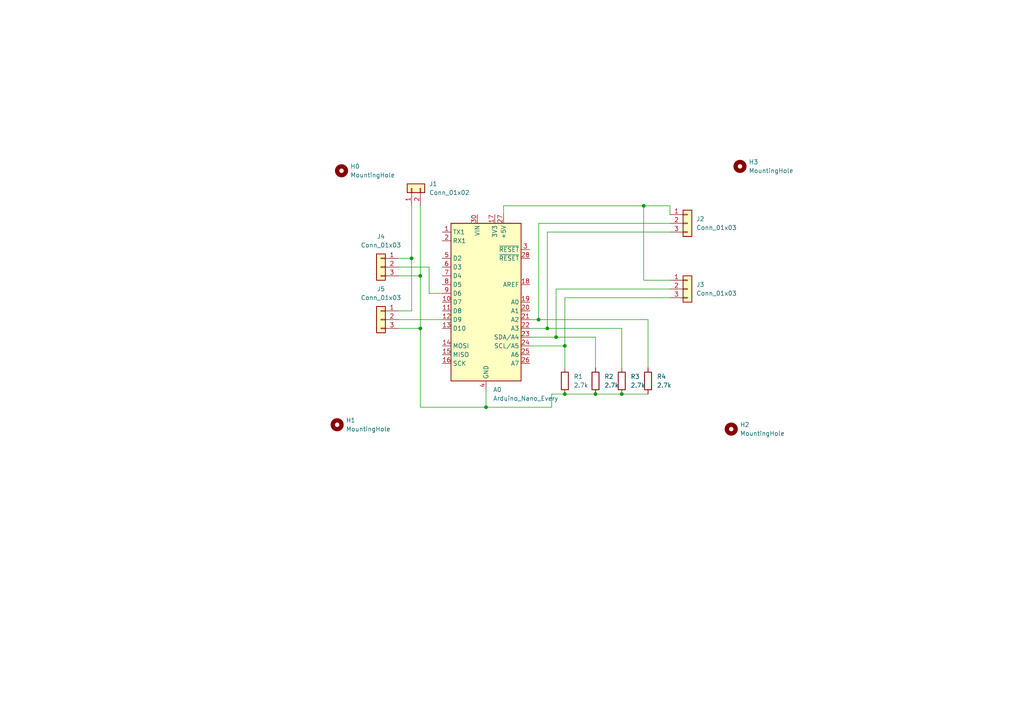
<source format=kicad_sch>
(kicad_sch (version 20211123) (generator eeschema)
  (paper "A4")
  (lib_symbols
    (symbol "Connector_Generic:Conn_01x02" (pin_names (offset 1.016) hide)
      (property "Reference" "J" (at 0 2.54 0))
      (property "Value" "Conn_01x02" (at 0 -5.08 0))
      (symbol "Conn_01x02_1_1"
        (rectangle (start -1.27 -2.413) (end 0 -2.667) (stroke (width 0.1524)))
        (rectangle (start -1.27 0.127) (end 0 -0.127) (stroke (width 0.1524)))
        (rectangle (start -1.27 1.27) (end 1.27 -3.81) (stroke (width 0.254)) (fill (type background)))
        (pin passive line (at -5.08 0 0) (length 3.81) (name "Pin_1") (number "1"))
        (pin passive line (at -5.08 -2.54 0) (length 3.81) (name "Pin_2") (number "2"))
      )
    )
    (symbol "Connector_Generic:Conn_01x03" (pin_names (offset 1.016) hide)
      (property "Reference" "J" (at 0 5.08 0))
      (property "Value" "Conn_01x03" (at 0 -5.08 0))
      (symbol "Conn_01x03_1_1"
        (rectangle (start -1.27 -2.413) (end 0 -2.667) (stroke (width 0.1524)))
        (rectangle (start -1.27 0.127) (end 0 -0.127) (stroke (width 0.1524)))
        (rectangle (start -1.27 2.667) (end 0 2.413) (stroke (width 0.1524)))
        (rectangle (start -1.27 3.81) (end 1.27 -3.81) (stroke (width 0.254)) (fill (type background)))
        (pin passive line (at -5.08 2.54 0) (length 3.81) (name "Pin_1") (number "1"))
        (pin passive line (at -5.08 0 0) (length 3.81) (name "Pin_2") (number "2"))
        (pin passive line (at -5.08 -2.54 0) (length 3.81) (name "Pin_3") (number "3"))
      )
    )
    (symbol "Device:R" (pin_numbers hide) (pin_names (offset 0))
      (property "Reference" "R" (at 2.032 0 90))
      (property "Value" "R" (at 0 0 90))
      (symbol "R_0_1"
        (rectangle (start -1.016 -2.54) (end 1.016 2.54) (stroke (width 0.254)))
      )
      (symbol "R_1_1"
        (pin passive line (at 0 3.81 270) (length 1.27) (name "~") (number "1"))
        (pin passive line (at 0 -3.81 90) (length 1.27) (name "~") (number "2"))
      )
    )
    (symbol "MCU_Module:Arduino_Nano_Every"
      (property "Reference" "A" (at -10.16 23.495 0))
      (property "Value" "Arduino_Nano_Every" (at 5.08 -24.13 0))
      (symbol "Arduino_Nano_Every_0_1"
        (rectangle (start -10.16 22.86) (end 10.16 -22.86) (stroke (width 0.254)) (fill (type background)))
      )
      (symbol "Arduino_Nano_Every_1_1"
        (pin bidirectional line (at -12.7 20.32 0) (length 2.54) (name "TX1") (number "1"))
        (pin bidirectional line (at -12.7 0 0) (length 2.54) (name "D7") (number "10"))
        (pin bidirectional line (at -12.7 -2.54 0) (length 2.54) (name "D8") (number "11"))
        (pin bidirectional line (at -12.7 -5.08 0) (length 2.54) (name "D9") (number "12"))
        (pin bidirectional line (at -12.7 -7.62 0) (length 2.54) (name "D10") (number "13"))
        (pin bidirectional line (at -12.7 -12.7 0) (length 2.54) (name "MOSI") (number "14"))
        (pin bidirectional line (at -12.7 -15.24 0) (length 2.54) (name "MISO") (number "15"))
        (pin bidirectional line (at -12.7 -17.78 0) (length 2.54) (name "SCK") (number "16"))
        (pin power_out line (at 2.54 25.4 270) (length 2.54) (name "3V3") (number "17"))
        (pin input line (at 12.7 5.08 180) (length 2.54) (name "AREF") (number "18"))
        (pin bidirectional line (at 12.7 0 180) (length 2.54) (name "A0") (number "19"))
        (pin bidirectional line (at -12.7 17.78 0) (length 2.54) (name "RX1") (number "2"))
        (pin bidirectional line (at 12.7 -2.54 180) (length 2.54) (name "A1") (number "20"))
        (pin bidirectional line (at 12.7 -5.08 180) (length 2.54) (name "A2") (number "21"))
        (pin bidirectional line (at 12.7 -7.62 180) (length 2.54) (name "A3") (number "22"))
        (pin bidirectional line (at 12.7 -10.16 180) (length 2.54) (name "SDA/A4") (number "23"))
        (pin bidirectional line (at 12.7 -12.7 180) (length 2.54) (name "SCL/A5") (number "24"))
        (pin bidirectional line (at 12.7 -15.24 180) (length 2.54) (name "A6") (number "25"))
        (pin bidirectional line (at 12.7 -17.78 180) (length 2.54) (name "A7") (number "26"))
        (pin power_out line (at 5.08 25.4 270) (length 2.54) (name "+5V") (number "27"))
        (pin input line (at 12.7 12.7 180) (length 2.54) (name "~{RESET}") (number "28"))
        (pin passive line (at 0 -25.4 90) (length 2.54) hide (name "GND") (number "29"))
        (pin input line (at 12.7 15.24 180) (length 2.54) (name "~{RESET}") (number "3"))
        (pin power_in line (at -2.54 25.4 270) (length 2.54) (name "VIN") (number "30"))
        (pin power_in line (at 0 -25.4 90) (length 2.54) (name "GND") (number "4"))
        (pin bidirectional line (at -12.7 12.7 0) (length 2.54) (name "D2") (number "5"))
        (pin bidirectional line (at -12.7 10.16 0) (length 2.54) (name "D3") (number "6"))
        (pin bidirectional line (at -12.7 7.62 0) (length 2.54) (name "D4") (number "7"))
        (pin bidirectional line (at -12.7 5.08 0) (length 2.54) (name "D5") (number "8"))
        (pin bidirectional line (at -12.7 2.54 0) (length 2.54) (name "D6") (number "9"))
      )
    )
    (symbol "Mechanical:MountingHole" (pin_names (offset 1.016))
      (property "Reference" "H" (at 0 5.08 0))
      (property "Value" "MountingHole" (at 0 3.175 0))
      (symbol "MountingHole_0_1"
        (circle (center 0 0) (radius 1.27) (stroke (width 1.27)))
      )
    )
  )
  (junction (at 172.72 114.3))
  (junction (at 186.69 59.69))
  (junction (at 121.92 80.01))
  (junction (at 121.92 95.25))
  (junction (at 180.34 114.3))
  (junction (at 158.75 95.25))
  (junction (at 156.21 92.71))
  (junction (at 163.83 100.33))
  (junction (at 140.97 118.11))
  (junction (at 119.38 74.93))
  (junction (at 161.29 97.79))
  (junction (at 163.83 114.3))
  (wire (pts (xy 172.72 97.79) (xy 172.72 106.68)))
  (wire (pts (xy 187.96 92.71) (xy 187.96 106.68)))
  (wire (pts (xy 163.83 86.36) (xy 194.31 86.36)))
  (wire (pts (xy 124.46 85.09) (xy 128.27 85.09)))
  (wire (pts (xy 161.29 83.82) (xy 194.31 83.82)))
  (wire (pts (xy 124.46 77.47) (xy 124.46 85.09)))
  (wire (pts (xy 115.57 77.47) (xy 124.46 77.47)))
  (wire (pts (xy 163.83 100.33) (xy 163.83 86.36)))
  (wire (pts (xy 186.69 59.69) (xy 186.69 81.28)))
  (wire (pts (xy 119.38 59.69) (xy 119.38 74.93)))
  (wire (pts (xy 172.72 114.3) (xy 180.34 114.3)))
  (wire (pts (xy 121.92 59.69) (xy 121.92 80.01)))
  (wire (pts (xy 158.75 67.31) (xy 194.31 67.31)))
  (wire (pts (xy 180.34 95.25) (xy 180.34 106.68)))
  (wire (pts (xy 115.57 80.01) (xy 121.92 80.01)))
  (wire (pts (xy 153.67 95.25) (xy 158.75 95.25)))
  (wire (pts (xy 146.05 62.23) (xy 146.05 59.69)))
  (wire (pts (xy 121.92 118.11) (xy 121.92 95.25)))
  (wire (pts (xy 160.02 114.3) (xy 163.83 114.3)))
  (wire (pts (xy 163.83 100.33) (xy 163.83 106.68)))
  (wire (pts (xy 146.05 59.69) (xy 186.69 59.69)))
  (wire (pts (xy 186.69 81.28) (xy 194.31 81.28)))
  (wire (pts (xy 156.21 64.77) (xy 194.31 64.77)))
  (wire (pts (xy 161.29 83.82) (xy 161.29 97.79)))
  (wire (pts (xy 156.21 64.77) (xy 156.21 92.71)))
  (wire (pts (xy 119.38 74.93) (xy 119.38 90.17)))
  (wire (pts (xy 115.57 92.71) (xy 128.27 92.71)))
  (wire (pts (xy 194.31 59.69) (xy 194.31 62.23)))
  (wire (pts (xy 121.92 80.01) (xy 121.92 95.25)))
  (wire (pts (xy 119.38 74.93) (xy 115.57 74.93)))
  (wire (pts (xy 158.75 95.25) (xy 180.34 95.25)))
  (wire (pts (xy 160.02 118.11) (xy 160.02 114.3)))
  (wire (pts (xy 115.57 95.25) (xy 121.92 95.25)))
  (wire (pts (xy 140.97 118.11) (xy 121.92 118.11)))
  (wire (pts (xy 153.67 100.33) (xy 163.83 100.33)))
  (wire (pts (xy 140.97 113.03) (xy 140.97 118.11)))
  (wire (pts (xy 161.29 97.79) (xy 172.72 97.79)))
  (wire (pts (xy 163.83 114.3) (xy 172.72 114.3)))
  (wire (pts (xy 140.97 118.11) (xy 160.02 118.11)))
  (wire (pts (xy 156.21 92.71) (xy 187.96 92.71)))
  (wire (pts (xy 186.69 59.69) (xy 194.31 59.69)))
  (wire (pts (xy 158.75 67.31) (xy 158.75 95.25)))
  (wire (pts (xy 115.57 90.17) (xy 119.38 90.17)))
  (wire (pts (xy 153.67 92.71) (xy 156.21 92.71)))
  (wire (pts (xy 153.67 97.79) (xy 161.29 97.79)))
  (wire (pts (xy 180.34 114.3) (xy 187.96 114.3)))
  (symbol (lib_id "Connector_Generic:Conn_01x03") (at 199.39 83.82 0) (unit 1)
    (property "Reference" "J3" (at 201.93 82.5499 0) (effects (justify left)))
    (property "Value" "Conn_01x03" (at 201.93 85.0899 0) (effects (justify left)))
    (property "Footprint" "Connector_JST:JST_XH_B3B-XH-A_1x03_P2.50mm_Vertical" (effects hide))
  )
  (symbol (lib_id "Mechanical:MountingHole") (at 214.63 48.26 0) (unit 1)
    (property "Reference" "H3" (at 217.17 46.9899 0) (effects (justify left)))
    (property "Value" "MountingHole" (at 217.17 49.5299 0) (effects (justify left)))
    (property "Footprint" "MountingHole:MountingHole_2.2mm_M2_DIN965_Pad_TopBottom" (effects hide))
  )
  (symbol (lib_id "Connector_Generic:Conn_01x03") (at 199.39 64.77 0) (unit 1)
    (property "Reference" "J2" (at 201.93 63.4999 0) (effects (justify left)))
    (property "Value" "Conn_01x03" (at 201.93 66.0399 0) (effects (justify left)))
    (property "Footprint" "Connector_JST:JST_XH_B3B-XH-A_1x03_P2.50mm_Vertical" (effects hide))
  )
  (symbol (lib_id "Device:R") (at 172.72 110.49 0) (unit 1)
    (property "Reference" "R2" (at 175.26 109.2199 0) (effects (justify left)))
    (property "Value" "2.7k" (at 175.26 111.7599 0) (effects (justify left)))
    (property "Footprint" "Resistor_SMD:R_0805_2012Metric_Pad1.20x1.40mm_HandSolder" (effects hide))
  )
  (symbol (lib_id "Device:R") (at 180.34 110.49 0) (unit 1)
    (property "Reference" "R3" (at 182.88 109.2199 0) (effects (justify left)))
    (property "Value" "2.7k" (at 182.88 111.7599 0) (effects (justify left)))
    (property "Footprint" "Resistor_SMD:R_0805_2012Metric_Pad1.20x1.40mm_HandSolder" (effects hide))
  )
  (symbol (lib_id "Connector_Generic:Conn_01x03") (at 110.49 92.71 0) (mirror y) (unit 1)
    (property "Reference" "J5" (at 110.49 83.82 0))
    (property "Value" "Conn_01x03" (at 110.49 86.36 0))
    (property "Footprint" "Connector_JST:JST_XH_B3B-XH-A_1x03_P2.50mm_Vertical" (effects hide))
  )
  (symbol (lib_id "Connector_Generic:Conn_01x03") (at 110.49 77.47 0) (mirror y) (unit 1)
    (property "Reference" "J4" (at 110.49 68.58 0))
    (property "Value" "Conn_01x03" (at 110.49 71.12 0))
    (property "Footprint" "Connector_JST:JST_XH_B3B-XH-A_1x03_P2.50mm_Vertical" (effects hide))
  )
  (symbol (lib_id "Device:R") (at 163.83 110.49 0) (unit 1)
    (property "Reference" "R1" (at 166.37 109.2199 0) (effects (justify left)))
    (property "Value" "2.7k" (at 166.37 111.7599 0) (effects (justify left)))
    (property "Footprint" "Resistor_SMD:R_0805_2012Metric_Pad1.20x1.40mm_HandSolder" (effects hide))
  )
  (symbol (lib_id "Mechanical:MountingHole") (at 99.06 49.53 0) (unit 1)
    (property "Reference" "H0" (at 101.6 48.2599 0) (effects (justify left)))
    (property "Value" "MountingHole" (at 101.6 50.7999 0) (effects (justify left)))
    (property "Footprint" "MountingHole:MountingHole_2.2mm_M2_DIN965_Pad_TopBottom" (effects hide))
  )
  (symbol (lib_id "Mechanical:MountingHole") (at 212.09 124.46 0) (unit 1)
    (property "Reference" "H2" (at 214.63 123.1899 0) (effects (justify left)))
    (property "Value" "MountingHole" (at 214.63 125.7299 0) (effects (justify left)))
    (property "Footprint" "MountingHole:MountingHole_2.2mm_M2_DIN965_Pad_TopBottom" (effects hide))
  )
  (symbol (lib_id "MCU_Module:Arduino_Nano_Every") (at 140.97 87.63 0) (unit 1)
    (property "Reference" "A0" (at 142.9894 113.03 0) (effects (justify left)))
    (property "Value" "Arduino_Nano_Every" (at 142.9894 115.57 0) (effects (justify left)))
    (property "Footprint" "Module:Arduino_Nano" (effects hide))
    (property "Datasheet" "https://content.arduino.cc/assets/NANOEveryV3.0_sch.pdf" (effects hide))
  )
  (symbol (lib_id "Connector_Generic:Conn_01x02") (at 119.38 54.61 90) (unit 1)
    (property "Reference" "J1" (at 124.46 53.3399 90) (effects (justify right)))
    (property "Value" "Conn_01x02" (at 124.46 55.8799 90) (effects (justify right)))
    (property "Footprint" "Connector_JST:JST_XH_B2B-XH-A_1x02_P2.50mm_Vertical" (effects hide))
  )
  (symbol (lib_id "Mechanical:MountingHole") (at 97.79 123.19 0) (unit 1)
    (property "Reference" "H1" (at 100.33 121.9199 0) (effects (justify left)))
    (property "Value" "MountingHole" (at 100.33 124.4599 0) (effects (justify left)))
    (property "Footprint" "MountingHole:MountingHole_2.2mm_M2_DIN965_Pad_TopBottom" (effects hide))
  )
  (symbol (lib_id "Device:R") (at 187.96 110.49 0) (unit 1)
    (property "Reference" "R4" (at 190.5 109.2199 0) (effects (justify left)))
    (property "Value" "2.7k" (at 190.5 111.7599 0) (effects (justify left)))
    (property "Footprint" "Resistor_SMD:R_0805_2012Metric_Pad1.20x1.40mm_HandSolder" (effects hide))
  )
)
</source>
